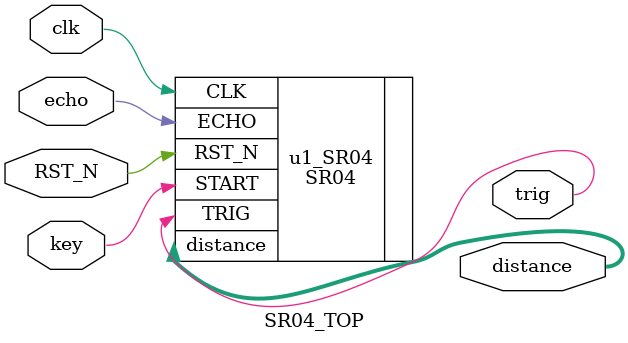
<source format=v>

module SR04_TOP(
	input clk,
	input RST_N,
	input key,
	output trig,
	input echo,
//	output [2:0] smg_sel,
//	output [7:0] smg_data,
	output 	[15:0] distance
);

//wire [15:0] distance;
wire clk_1M;

//clk_div 
//#(
//	.CLK_IN (20_000_000),			//接入的时钟频率
//	.CLK_OUT (1_000_000)				//LCD工作频率
//)
//clk1
//(
//	.clk(clk),
//	.clk_div(clk_1M)
//);

//
//clk_div 
//#(
//	.CLK_IN (20_000_000),			//接入的时钟频率
//	.CLK_OUT (1000)				//LCD工作频率
//)
//clk2
//(
//	.clk(clk),
//	.clk_div(clk_1k)
//);


SR04 u1_SR04(
	.CLK(clk),
	.RST_N(RST_N),
	.START(key),
	.TRIG(trig),
	.ECHO(echo),
	.distance(distance)
);

//u16_smg u16_smg1(
//	.clk(clk_1k),
//	.data(distance),
//	.smg_sel(smg_sel),
//	.smg_duan(smg_data)
//);

endmodule
</source>
